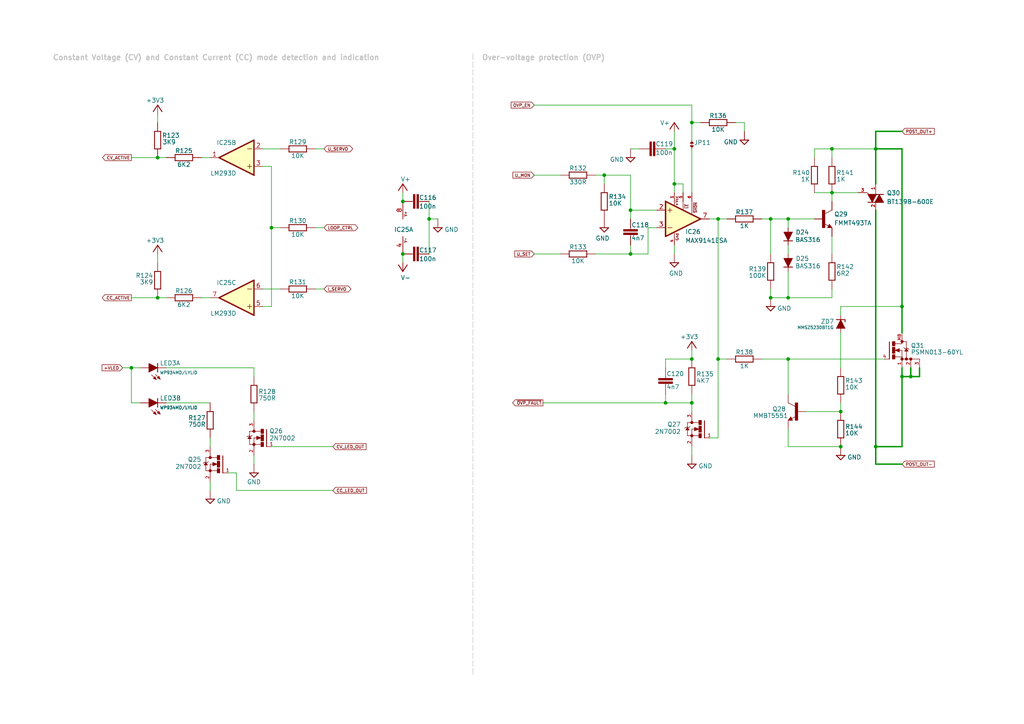
<source format=kicad_sch>
(kicad_sch (version 20250114) (generator "eeschema") (generator_version "9.0")
  (paper "A4")
  (title_block (title "${project_name}") (date "2025-10-23") (rev "${project_version}") (company "${project_creator}") (comment 1 "${project_license}") (comment 2 "${project_info}") (comment 3 "${project_url}"))
  (lib_symbols
    (symbol "PCM_EEZ_ICs:LM293D"
      (property "Reference" "IC" (at 2.54 3.175 0))
      (symbol "LM293D_1_0"
        (text "V+" (at 1.27 3.175 900) (effects (font (size 0.8128 0.6908)) (justify left bottom)))
        (text "V-" (at 1.27 -4.445 900) (effects (font (size 0.8128 0.6908)) (justify left bottom)))
        (pin power_in line (at 0 7.62 270) (length 5.08) (name "V+") (number "8"))
        (pin power_in line (at 0 -7.62 90) (length 5.08) (name "V-") (number "4"))
      )
      (symbol "LM293D_2_0"
        (pin input line (at -7.62 2.54 0) (length 2.54) (name "+IN") (number "3"))
        (pin input line (at -7.62 -2.54 0) (length 2.54) (name "-IN") (number "2"))
        (pin output line (at 7.62 0 180) (length 2.54) (name "OUT") (number "1"))
      )
      (symbol "LM293D_3_0"
        (pin input line (at -7.62 2.54 0) (length 2.54) (name "+IN") (number "5"))
        (pin input line (at -7.62 -2.54 0) (length 2.54) (name "-IN") (number "6"))
        (pin output line (at 7.62 0 180) (length 2.54) (name "OUT") (number "7"))
      )
    )
    (symbol "PCM_EEZ_ICs:MAX9141ESA"
      (property "Reference" "IC" (at 5.08 5.08 0))
      (property "Value" "MAX9141ESA" (at 5.08 -5.08 0))
      (symbol "MAX9141ESA_1_0"
        (text "+Vcc" (at -1.397 3.683 900) (effects (font (size 0.762 0.762)) (justify left bottom)))
        (text "Gnd" (at -1.27 -6.35 900) (effects (font (size 0.762 0.762)) (justify left bottom)))
        (text "~{LE}" (at 1.524 2.921 900) (effects (font (size 0.762 0.762)) (justify left bottom)))
        (text "~{SHDN}" (at 4.064 1.651 900) (effects (font (size 0.762 0.762)) (justify left bottom)))
        (pin input line (at -7.62 2.54 0) (length 2.54) (name "+IN") (number "2"))
        (pin input line (at -7.62 -2.54 0) (length 2.54) (name "-IN") (number "3"))
        (pin passive line (at -2.54 7.62 270) (length 2.54) (name "+VCC") (number "1"))
        (pin passive line (at -2.54 -7.62 90) (length 2.54) (name "GND") (number "4"))
        (pin input line (at 0 7.62 270) (length 2.54) (name "~{LE}") (number "5"))
        (pin no_connect line (at 0 -5.08 90) (length 2.54) (hide yes) (name "NC") (number "8"))
        (pin input line (at 2.54 7.62 270) (length 2.54) (name "~{SHDN}") (number "6"))
        (pin output line (at 7.62 0 180) (length 2.54) (name "OUT") (number "7"))
      )
    )
    (symbol "PCM_EEZ_discretes:DIODE"
      (property "Reference" "D" (at 2.54 0.4826 0))
      (property "Value" "???" (at 2.54 -2.3114 0))
      (symbol "DIODE_1_0"
        (pin passive line (at -2.54 0 0) (length 2.54) (name "A") (number "A"))
        (pin passive line (at 2.54 0 180) (length 2.54) (name "C") (number "C"))
      )
    )
    (symbol "PCM_EEZ_discretes:DIODE_ZENER"
      (property "Reference" "ZD" (at -1.778 1.905 0))
      (symbol "DIODE_ZENER_1_0"
        (pin passive line (at -2.54 0 0) (length 2.54) (name "A") (number "A"))
        (pin passive line (at 2.54 0 180) (length 2.54) (name "C") (number "C"))
      )
    )
    (symbol "PCM_EEZ_discretes:NMOS"
      (property "Reference" "Q" (at 3.429 2.667 0))
      (symbol "NMOS_1_0"
        (pin passive line (at -2.54 -2.54 0) (length 0) (name "G") (number "1"))
        (pin passive line (at 2.54 5.08 270) (length 2.54) (name "D") (number "3"))
        (pin passive line (at 2.54 -5.08 90) (length 2.54) (name "S") (number "2"))
      )
    )
    (symbol "PCM_EEZ_discretes:NMOS_LFPAK"
      (property "Reference" "Q" (at -2.54 0 0))
      (symbol "NMOS_LFPAK_1_0"
        (pin passive line (at -2.54 -2.54 0) (length 0) (name "G") (number "4"))
        (pin passive line (at 2.54 5.08 270) (length 2.54) (name "MB") (number "MB"))
        (pin passive line (at 2.54 -5.08 90) (length 2.54) (name "S") (number "1"))
        (pin passive line (at 5.08 -5.08 90) (length 2.54) (name "S") (number "2"))
        (pin passive line (at 7.62 -5.08 90) (length 2.54) (name "S") (number "3"))
      )
    )
    (symbol "PCM_EEZ_discretes:NPN-SOT23-BEC"
      (property "Reference" "Q" (at 2.54 0 0))
      (symbol "NPN-SOT23-BEC_1_0"
        (pin passive line (at -2.54 0 0) (length 2.54) (name "B") (number "B"))
        (pin passive line (at 2.54 5.08 270) (length 2.54) (name "C") (number "C"))
        (pin passive line (at 2.54 -5.08 90) (length 2.54) (name "E") (number "E"))
      )
    )
    (symbol "PCM_EEZ_discretes:Triac"
      (property "Reference" "Q" (at 3.81 2.54 0))
      (symbol "Triac_1_0"
        (pin passive line (at -5.08 0 0) (length 2.54) (name "G") (number "3"))
        (pin passive line (at 0 5.08 270) (length 2.54) (name "A2") (number "2"))
        (pin passive line (at 0 -2.54 90) (length 2.54) (name "A1") (number "1"))
      )
    )
    (symbol "PCM_EEZ_discretes:WP934MD"
      (property "Reference" "LED" (at 1.905 1.27 0))
      (property "Value" "WP934MD" (at 1.905 -0.635 0))
      (symbol "WP934MD_1_0"
        (pin passive line (at 0 5.08 270) (length 2.54) (name "A") (number "TA"))
        (pin passive line (at 0 -2.54 90) (length 2.54) (name "C") (number "TC"))
      )
      (symbol "WP934MD_2_0"
        (pin passive line (at 0 5.08 270) (length 2.54) (name "A") (number "BA"))
        (pin passive line (at 0 -2.54 90) (length 2.54) (name "C") (number "BC"))
      )
    )
    (symbol "PCM_EEZ_passives:C-EU"
      (property "Reference" "C" (at 1.27 0.635 0))
      (symbol "C-EU_1_0"
        (pin passive line (at 0 2.54 270) (length 2.54) (name "1") (number "1"))
        (pin passive line (at 0 -5.08 90) (length 2.54) (name "2") (number "2"))
      )
    )
    (symbol "PCM_EEZ_passives:R-EU"
      (property "Reference" "R" (at -1.905 -1.905 90))
      (symbol "R-EU_1_0"
        (pin passive line (at 0 5.08 270) (length 2.54) (name "2") (number "2"))
        (pin passive line (at 0 -5.08 90) (length 2.54) (name "1") (number "1"))
      )
    )
    (symbol "PCM_EEZ_symbols:+3V3" (power)
      (property "Value" "+3V3" (at 0 0.635 0))
      (symbol "+3V3_1_0"
        (pin power_in line (at 0 -2.54 90) (length 2.54) (name "+3V3") (number "1"))
      )
    )
    (symbol "PCM_EEZ_symbols:GND" (power)
      (property "Value" "GND" (at 0 -1.905 0))
      (symbol "GND_1_0"
        (pin power_in line (at 0 2.54 270) (length 2.54) (name "GND") (number "1"))
      )
    )
    (symbol "PCM_EEZ_symbols:V+" (power)
      (property "Value" "V+" (at -1.27 1.27 0))
      (symbol "V+_1_0"
        (pin power_in line (at 0 -2.54 90) (length 2.54) (name "V+") (number "1"))
      )
    )
    (symbol "PCM_EEZ_symbols:V-" (power)
      (property "Value" "V-" (at -1.27 -2.54 0))
      (symbol "V-_1_0"
        (pin power_in line (at 0 2.54 270) (length 2.54) (name "V-") (number "1"))
      )
    )
    (symbol "PCM_EEZ_unsorted:JP2 shorted" (in_bom no)
      (property "Reference" "JP" (at -3.175 1.27 0))
      (symbol "JP2 shorted_1_0"
        (pin passive line (at 0 0 270) (length 0) (name "1") (number "1"))
        (pin passive line (at 2.54 0 270) (length 0) (name "2") (number "2"))
      )
    )
    (symbol "R-EU_10"
      (property "Reference" "R" (at -1.905 -1.905 90))
      (symbol "R-EU_10_1_0"
        (pin passive line (at 0 5.08 270) (length 2.54) (name "2") (number "2"))
        (pin passive line (at 0 -5.08 90) (length 2.54) (name "1") (number "1"))
      )
    )
    (symbol "R-EU_11"
      (property "Reference" "R" (at -1.905 -1.905 90))
      (symbol "R-EU_11_1_0"
        (pin passive line (at 0 5.08 270) (length 2.54) (name "2") (number "2"))
        (pin passive line (at 0 -5.08 90) (length 2.54) (name "1") (number "1"))
      )
    )
    (symbol "R-EU_12"
      (property "Reference" "R" (at -1.905 -1.905 90))
      (symbol "R-EU_12_1_0"
        (pin passive line (at 0 5.08 270) (length 2.54) (name "2") (number "2"))
        (pin passive line (at 0 -5.08 90) (length 2.54) (name "1") (number "1"))
      )
    )
    (symbol "R-EU_14"
      (property "Reference" "R" (at -1.905 -1.905 90))
      (symbol "R-EU_14_1_0"
        (pin passive line (at 0 5.08 270) (length 2.54) (name "2") (number "2"))
        (pin passive line (at 0 -5.08 90) (length 2.54) (name "1") (number "1"))
      )
    )
    (symbol "R-EU_15"
      (property "Reference" "R" (at -1.905 -1.905 90))
      (symbol "R-EU_15_1_0"
        (pin passive line (at 0 5.08 270) (length 2.54) (name "2") (number "2"))
        (pin passive line (at 0 -5.08 90) (length 2.54) (name "1") (number "1"))
      )
    )
    (symbol "R-EU_17"
      (property "Reference" "R" (at -1.905 -1.905 90))
      (symbol "R-EU_17_1_0"
        (pin passive line (at 0 5.08 270) (length 2.54) (name "2") (number "2"))
        (pin passive line (at 0 -5.08 90) (length 2.54) (name "1") (number "1"))
      )
    )
    (symbol "R-EU_19"
      (property "Reference" "R" (at -1.905 -1.905 90))
      (symbol "R-EU_19_1_0"
        (pin passive line (at 0 5.08 270) (length 2.54) (name "2") (number "2"))
        (pin passive line (at 0 -5.08 90) (length 2.54) (name "1") (number "1"))
      )
    )
    (symbol "R-EU_20"
      (property "Reference" "R" (at -1.905 -1.905 90))
      (symbol "R-EU_20_1_0"
        (pin passive line (at 0 5.08 270) (length 2.54) (name "2") (number "2"))
        (pin passive line (at 0 -5.08 90) (length 2.54) (name "1") (number "1"))
      )
    )
    (symbol "R-EU_3"
      (property "Reference" "R" (at -1.905 -1.905 90))
      (symbol "R-EU_3_1_0"
        (pin passive line (at 0 5.08 270) (length 2.54) (name "2") (number "2"))
        (pin passive line (at 0 -5.08 90) (length 2.54) (name "1") (number "1"))
      )
    )
    (symbol "R-EU_4"
      (property "Reference" "R" (at -1.905 -1.905 90))
      (symbol "R-EU_4_1_0"
        (pin passive line (at 0 5.08 270) (length 2.54) (name "2") (number "2"))
        (pin passive line (at 0 -5.08 90) (length 2.54) (name "1") (number "1"))
      )
    )
    (symbol "R-EU_5"
      (property "Reference" "R" (at -1.905 -1.905 90))
      (symbol "R-EU_5_1_0"
        (pin passive line (at 0 5.08 270) (length 2.54) (name "2") (number "2"))
        (pin passive line (at 0 -5.08 90) (length 2.54) (name "1") (number "1"))
      )
    )
    (symbol "R-EU_6"
      (property "Reference" "R" (at -1.905 -1.905 90))
      (symbol "R-EU_6_1_0"
        (pin passive line (at 0 5.08 270) (length 2.54) (name "2") (number "2"))
        (pin passive line (at 0 -5.08 90) (length 2.54) (name "1") (number "1"))
      )
    )
    (symbol "R-EU_7"
      (property "Reference" "R" (at -1.905 -1.905 90))
      (symbol "R-EU_7_1_0"
        (pin passive line (at 0 5.08 270) (length 2.54) (name "2") (number "2"))
        (pin passive line (at 0 -5.08 90) (length 2.54) (name "1") (number "1"))
      )
    )
    (symbol "R-EU_9"
      (property "Reference" "R" (at -1.905 -1.905 90))
      (symbol "R-EU_9_1_0"
        (pin passive line (at 0 5.08 270) (length 2.54) (name "2") (number "2"))
        (pin passive line (at 0 -5.08 90) (length 2.54) (name "1") (number "1"))
      )
    )
  )
  (text "Constant Voltage (CV) and Constant Current (CC) mode detection and indication" (at 15.24 17.78 0) (effects (font (size 1.524 1.524) (thickness 0.3048) (bold yes)) (justify left bottom)))
  (text "Over-voltage protection (OVP)" (at 139.7 17.78 0) (effects (font (size 1.524 1.524) (thickness 0.3048) (bold yes)) (justify left bottom)))
  (junction (at 254 129.54))
  (junction (at 223.52 86.36))
  (junction (at 116.84 58.42))
  (junction (at 241.3 55.88))
  (junction (at 182.88 60.96))
  (junction (at 228.6 63.5))
  (junction (at 200.66 35.56))
  (junction (at 254 43.18))
  (junction (at 261.62 88.9))
  (junction (at 195.58 43.18))
  (junction (at 261.62 109.22))
  (junction (at 228.6 104.14))
  (junction (at 45.72 86.36))
  (junction (at 124.46 63.5))
  (junction (at 195.58 53.34))
  (junction (at 38.1 106.68))
  (junction (at 208.28 104.14))
  (junction (at 241.3 43.18))
  (junction (at 193.04 116.84))
  (junction (at 78.74 66.04))
  (junction (at 182.88 73.66))
  (junction (at 208.28 63.5))
  (junction (at 228.6 86.36))
  (junction (at 116.84 73.66))
  (junction (at 264.16 109.22))
  (junction (at 243.84 129.54))
  (junction (at 200.66 116.84))
  (junction (at 45.72 45.72))
  (junction (at 223.52 63.5))
  (junction (at 200.66 104.14))
  (junction (at 175.26 50.8))
  (junction (at 243.84 119.38))
  (wire (pts (xy 254 43.18) (xy 241.3 43.18)) (stroke (width 0.1524)))
  (wire (pts (xy 68.58 137.16) (xy 68.58 142.24)) (stroke (width 0.1524)))
  (wire (pts (xy 81.28 66.04) (xy 78.74 66.04)) (stroke (width 0.1524)))
  (wire (pts (xy 45.72 33.02) (xy 45.72 35.56)) (stroke (width 0.1524)))
  (wire (pts (xy 254 43.18) (xy 254 53.34)) (stroke (width 0.4064)))
  (wire (pts (xy 200.66 101.6) (xy 200.66 104.14)) (stroke (width 0.1524)))
  (wire (pts (xy 200.66 30.48) (xy 200.66 35.56)) (stroke (width 0.1524)))
  (wire (pts (xy 195.58 53.34) (xy 195.58 55.88)) (stroke (width 0.1524)))
  (wire (pts (xy 208.28 63.5) (xy 210.82 63.5)) (stroke (width 0.1524)))
  (wire (pts (xy 124.46 63.5) (xy 124.46 73.66)) (stroke (width 0.1524)))
  (wire (pts (xy 68.58 142.24) (xy 96.52 142.24)) (stroke (width 0.1524)))
  (wire (pts (xy 200.66 116.84) (xy 193.04 116.84)) (stroke (width 0.1524)))
  (wire (pts (xy 254 134.62) (xy 254 129.54)) (stroke (width 0.4064)))
  (wire (pts (xy 264.16 109.22) (xy 266.7 109.22)) (stroke (width 0.4064)))
  (wire (pts (xy 203.2 35.56) (xy 200.66 35.56)) (stroke (width 0.1524)))
  (wire (pts (xy 228.6 63.5) (xy 223.52 63.5)) (stroke (width 0.1524)))
  (wire (pts (xy 248.92 55.88) (xy 241.3 55.88)) (stroke (width 0.1524)))
  (wire (pts (xy 172.72 50.8) (xy 175.26 50.8)) (stroke (width 0.1524)))
  (wire (pts (xy 175.26 53.34) (xy 175.26 50.8)) (stroke (width 0.1524)))
  (wire (pts (xy 243.84 88.9) (xy 243.84 91.44)) (stroke (width 0.1524)))
  (wire (pts (xy 193.04 104.14) (xy 193.04 106.68)) (stroke (width 0.1524)))
  (wire (pts (xy 162.56 73.66) (xy 154.94 73.66)) (stroke (width 0.1524)))
  (wire (pts (xy 124.46 58.42) (xy 124.46 63.5)) (stroke (width 0.1524)))
  (wire (pts (xy 40.64 106.68) (xy 38.1 106.68)) (stroke (width 0.1524)))
  (wire (pts (xy 241.3 58.42) (xy 241.3 55.88)) (stroke (width 0.1524)))
  (wire (pts (xy 48.26 116.84) (xy 60.96 116.84)) (stroke (width 0.1524)))
  (wire (pts (xy 193.04 116.84) (xy 193.04 114.3)) (stroke (width 0.1524)))
  (wire (pts (xy 228.6 129.54) (xy 228.6 124.46)) (stroke (width 0.1524)))
  (wire (pts (xy 220.98 63.5) (xy 223.52 63.5)) (stroke (width 0.1524)))
  (wire (pts (xy 223.52 73.66) (xy 223.52 63.5)) (stroke (width 0.1524)))
  (wire (pts (xy 91.44 83.82) (xy 93.98 83.82)) (stroke (width 0.1524)))
  (wire (pts (xy 261.62 109.22) (xy 264.16 109.22)) (stroke (width 0.4064)))
  (wire (pts (xy 241.3 43.18) (xy 236.22 43.18)) (stroke (width 0.1524)))
  (wire (pts (xy 200.66 55.88) (xy 200.66 43.18)) (stroke (width 0.1524)))
  (wire (pts (xy 254 38.1) (xy 261.62 38.1)) (stroke (width 0.4064)))
  (wire (pts (xy 220.98 104.14) (xy 228.6 104.14)) (stroke (width 0.1524)))
  (wire (pts (xy 241.3 83.82) (xy 241.3 86.36)) (stroke (width 0.1524)))
  (wire (pts (xy 35.56 106.68) (xy 38.1 106.68)))
  (wire (pts (xy 182.88 60.96) (xy 190.5 60.96)) (stroke (width 0.1524)))
  (wire (pts (xy 266.7 109.22) (xy 266.7 106.68)) (stroke (width 0.4064)))
  (wire (pts (xy 78.74 129.54) (xy 96.52 129.54)) (stroke (width 0.1524)))
  (wire (pts (xy 195.58 38.1) (xy 195.58 43.18)) (stroke (width 0.1524)))
  (wire (pts (xy 261.62 96.52) (xy 261.62 88.9)) (stroke (width 0.4064)))
  (wire (pts (xy 45.72 73.66) (xy 45.72 76.2)) (stroke (width 0.1524)))
  (wire (pts (xy 236.22 43.18) (xy 236.22 45.72)) (stroke (width 0.1524)))
  (wire (pts (xy 228.6 86.36) (xy 223.52 86.36)) (stroke (width 0.1524)))
  (wire (pts (xy 193.04 43.18) (xy 195.58 43.18)) (stroke (width 0.1524)))
  (wire (pts (xy 228.6 73.66) (xy 228.6 71.12)) (stroke (width 0.1524)))
  (wire (pts (xy 40.64 116.84) (xy 38.1 116.84)) (stroke (width 0.1524)))
  (wire (pts (xy 187.96 73.66) (xy 187.96 66.04)) (stroke (width 0.1524)))
  (wire (pts (xy 198.12 53.34) (xy 198.12 55.88)) (stroke (width 0.1524)))
  (wire (pts (xy 172.72 73.66) (xy 182.88 73.66)) (stroke (width 0.1524)))
  (wire (pts (xy 38.1 116.84) (xy 38.1 106.68)) (stroke (width 0.1524)))
  (wire (pts (xy 200.66 40.64) (xy 200.66 35.56)) (stroke (width 0.1524)))
  (wire (pts (xy 45.72 45.72) (xy 48.26 45.72)) (stroke (width 0.1524)))
  (wire (pts (xy 38.1 86.36) (xy 45.72 86.36)) (stroke (width 0.1524)))
  (wire (pts (xy 195.58 53.34) (xy 198.12 53.34)) (stroke (width 0.1524)))
  (wire (pts (xy 241.3 73.66) (xy 241.3 68.58)) (stroke (width 0.1524)))
  (wire (pts (xy 60.96 127) (xy 60.96 129.54)) (stroke (width 0.1524)))
  (wire (pts (xy 200.66 104.14) (xy 193.04 104.14)) (stroke (width 0.1524)))
  (wire (pts (xy 205.74 63.5) (xy 208.28 63.5)) (stroke (width 0.1524)))
  (wire (pts (xy 228.6 86.36) (xy 228.6 78.74)) (stroke (width 0.1524)))
  (wire (pts (xy 243.84 129.54) (xy 228.6 129.54)) (stroke (width 0.1524)))
  (wire (pts (xy 261.62 134.62) (xy 254 134.62)) (stroke (width 0.4064)))
  (wire (pts (xy 182.88 73.66) (xy 187.96 73.66)) (stroke (width 0.1524)))
  (wire (pts (xy 187.96 66.04) (xy 190.5 66.04)) (stroke (width 0.1524)))
  (wire (pts (xy 241.3 55.88) (xy 236.22 55.88)) (stroke (width 0.1524)))
  (wire (pts (xy 215.9 38.1) (xy 215.9 35.56)) (stroke (width 0.1524)))
  (wire (pts (xy 193.04 116.84) (xy 157.48 116.84)) (stroke (width 0.1524)))
  (wire (pts (xy 264.16 109.22) (xy 264.16 106.68)) (stroke (width 0.4064)))
  (wire (pts (xy 182.88 63.5) (xy 182.88 60.96)) (stroke (width 0.1524)))
  (wire (pts (xy 91.44 43.18) (xy 93.98 43.18)) (stroke (width 0.1524)))
  (wire (pts (xy 182.88 50.8) (xy 182.88 60.96)) (stroke (width 0.1524)))
  (wire (pts (xy 215.9 35.56) (xy 213.36 35.56)) (stroke (width 0.1524)))
  (wire (pts (xy 243.84 119.38) (xy 233.68 119.38)) (stroke (width 0.1524)))
  (wire (pts (xy 175.26 50.8) (xy 182.88 50.8)) (stroke (width 0.1524)))
  (wire (pts (xy 60.96 45.72) (xy 58.42 45.72)) (stroke (width 0.1524)))
  (wire (pts (xy 195.58 73.66) (xy 195.58 71.12)) (stroke (width 0.1524)))
  (wire (pts (xy 236.22 63.5) (xy 228.6 63.5)) (stroke (width 0.1524)))
  (wire (pts (xy 78.74 88.9) (xy 76.2 88.9)) (stroke (width 0.1524)))
  (wire (pts (xy 254 43.18) (xy 261.62 43.18)) (stroke (width 0.4064)))
  (wire (pts (xy 254 43.18) (xy 254 38.1)) (stroke (width 0.4064)))
  (wire (pts (xy 254 60.96) (xy 254 129.54)) (stroke (width 0.4064)))
  (wire (pts (xy 228.6 63.5) (xy 228.6 66.04)) (stroke (width 0.1524)))
  (wire (pts (xy 78.74 66.04) (xy 78.74 88.9)) (stroke (width 0.1524)))
  (wire (pts (xy 185.42 43.18) (xy 182.88 43.18)) (stroke (width 0.1524)))
  (wire (pts (xy 182.88 71.12) (xy 182.88 73.66)) (stroke (width 0.1524)))
  (wire (pts (xy 241.3 43.18) (xy 241.3 45.72)) (stroke (width 0.1524)))
  (wire (pts (xy 210.82 104.14) (xy 208.28 104.14)) (stroke (width 0.1524)))
  (wire (pts (xy 91.44 66.04) (xy 93.98 66.04)) (stroke (width 0.1524)))
  (wire (pts (xy 73.66 119.38) (xy 73.66 121.92)) (stroke (width 0.1524)))
  (wire (pts (xy 256.54 104.14) (xy 228.6 104.14)) (stroke (width 0.1524)))
  (wire (pts (xy 116.84 55.88) (xy 116.84 58.42)) (stroke (width 0.1524)))
  (wire (pts (xy 243.84 106.68) (xy 243.84 96.52)) (stroke (width 0.1524)))
  (wire (pts (xy 195.58 43.18) (xy 195.58 53.34)) (stroke (width 0.1524)))
  (wire (pts (xy 208.28 63.5) (xy 208.28 104.14)) (stroke (width 0.1524)))
  (wire (pts (xy 205.74 127) (xy 208.28 127)) (stroke (width 0.1524)))
  (wire (pts (xy 223.52 86.36) (xy 223.52 83.82)) (stroke (width 0.1524)))
  (wire (pts (xy 261.62 88.9) (xy 261.62 43.18)) (stroke (width 0.4064)))
  (wire (pts (xy 162.56 50.8) (xy 154.94 50.8)) (stroke (width 0.1524)))
  (wire (pts (xy 76.2 83.82) (xy 81.28 83.82)) (stroke (width 0.1524)))
  (wire (pts (xy 261.62 88.9) (xy 243.84 88.9)) (stroke (width 0.1524)))
  (wire (pts (xy 261.62 109.22) (xy 261.62 129.54)) (stroke (width 0.4064)))
  (wire (pts (xy 48.26 106.68) (xy 73.66 106.68)) (stroke (width 0.1524)))
  (wire (pts (xy 200.66 132.08) (xy 200.66 129.54)) (stroke (width 0.1524)))
  (wire (pts (xy 38.1 45.72) (xy 45.72 45.72)) (stroke (width 0.1524)))
  (polyline (pts (xy 137.16 195.58) (xy 137.16 15.24)) (stroke (width 0.1524) (type dash) (color 194 194 194 1)))
  (wire (pts (xy 73.66 106.68) (xy 73.66 109.22)) (stroke (width 0.1524)))
  (wire (pts (xy 200.66 114.3) (xy 200.66 116.84)) (stroke (width 0.1524)))
  (wire (pts (xy 81.28 43.18) (xy 76.2 43.18)) (stroke (width 0.1524)))
  (wire (pts (xy 200.66 119.38) (xy 200.66 116.84)) (stroke (width 0.1524)))
  (wire (pts (xy 73.66 134.62) (xy 73.66 132.08)) (stroke (width 0.1524)))
  (wire (pts (xy 154.94 30.48) (xy 200.66 30.48)) (stroke (width 0.1524)))
  (wire (pts (xy 76.2 48.26) (xy 78.74 48.26)) (stroke (width 0.1524)))
  (wire (pts (xy 116.84 76.2) (xy 116.84 73.66)) (stroke (width 0.1524)))
  (wire (pts (xy 78.74 48.26) (xy 78.74 66.04)) (stroke (width 0.1524)))
  (wire (pts (xy 241.3 86.36) (xy 228.6 86.36)) (stroke (width 0.1524)))
  (wire (pts (xy 261.62 106.68) (xy 261.62 109.22)) (stroke (width 0.4064)))
  (wire (pts (xy 124.46 63.5) (xy 127 63.5)) (stroke (width 0.1524)))
  (wire (pts (xy 243.84 119.38) (xy 243.84 116.84)) (stroke (width 0.1524)))
  (wire (pts (xy 66.04 137.16) (xy 68.58 137.16)) (stroke (width 0.1524)))
  (wire (pts (xy 228.6 114.3) (xy 228.6 104.14)) (stroke (width 0.1524)))
  (wire (pts (xy 254 129.54) (xy 261.62 129.54)) (stroke (width 0.4064)))
  (wire (pts (xy 208.28 127) (xy 208.28 104.14)) (stroke (width 0.1524)))
  (wire (pts (xy 60.96 142.24) (xy 60.96 139.7)) (stroke (width 0.1524)))
  (wire (pts (xy 45.72 86.36) (xy 48.26 86.36)) (stroke (width 0.1524)))
  (wire (pts (xy 60.96 86.36) (xy 58.42 86.36)) (stroke (width 0.1524)))
  (global_label "CV_LED_OUT" (shape input) (at 96.52 129.54 0) (effects (font (size 0.889 0.889))) (property "Intersheetrefs" "${INTERSHEET_REFS}" (effects (hide yes))))
  (global_label "+VLED" (shape input) (at 35.56 106.68 180) (effects (font (size 0.889 0.889))) (property "Intersheetrefs" "${INTERSHEET_REFS}" (effects (hide yes))))
  (global_label "U_MON" (shape input) (at 154.94 50.8 180) (effects (font (size 0.889 0.889))) (property "Intersheetrefs" "${INTERSHEET_REFS}" (effects (hide yes))))
  (global_label "CV_ACTIVE" (shape output) (at 38.1 45.72 180) (effects (font (size 0.889 0.889))) (property "Intersheetrefs" "${INTERSHEET_REFS}" (effects (hide yes))))
  (global_label "POST_OUT+" (shape input) (at 261.62 38.1 0) (effects (font (size 0.889 0.889))) (property "Intersheetrefs" "${INTERSHEET_REFS}" (effects (hide yes))))
  (global_label "LOOP_CTRL" (shape bidirectional) (at 93.98 66.04 0) (effects (font (size 0.889 0.889))) (property "Intersheetrefs" "${INTERSHEET_REFS}" (effects (hide yes))))
  (global_label "CC_LED_OUT" (shape input) (at 96.52 142.24 0) (effects (font (size 0.889 0.889))) (property "Intersheetrefs" "${INTERSHEET_REFS}" (effects (hide yes))))
  (global_label "OVP_EN" (shape input) (at 154.94 30.48 180) (effects (font (size 0.889 0.889))) (property "Intersheetrefs" "${INTERSHEET_REFS}" (effects (hide yes))))
  (global_label "I_SERVO" (shape bidirectional) (at 93.98 83.82 0) (effects (font (size 0.889 0.889))) (property "Intersheetrefs" "${INTERSHEET_REFS}" (effects (hide yes))))
  (global_label "~{OVP_FAULT}" (shape output) (at 157.48 116.84 180) (effects (font (size 0.889 0.889))) (property "Intersheetrefs" "${INTERSHEET_REFS}" (effects (hide yes))))
  (global_label "CC_ACTIVE" (shape output) (at 38.1 86.36 180) (effects (font (size 0.889 0.889))) (property "Intersheetrefs" "${INTERSHEET_REFS}" (effects (hide yes))))
  (global_label "POST_OUT-" (shape input) (at 261.62 134.62 0) (effects (font (size 0.889 0.889))) (property "Intersheetrefs" "${INTERSHEET_REFS}" (effects (hide yes))))
  (global_label "U_SET" (shape input) (at 154.94 73.66 180) (effects (font (size 0.889 0.889))) (property "Intersheetrefs" "${INTERSHEET_REFS}" (effects (hide yes))))
  (global_label "U_SERVO" (shape bidirectional) (at 93.98 43.18 0) (effects (font (size 0.889 0.889))) (property "Intersheetrefs" "${INTERSHEET_REFS}" (effects (hide yes))))
  (symbol (lib_id "PCM_EEZ_unsorted:JP2 shorted") (at 200.66 40.64 90) (mirror x) (unit 1) (in_bom no)
    (property "Reference" "JP11" (at 201.295 40.64 90) (effects (justify right top)))
    (property "Value" "JP2-NOCUT-0805" (effects (hide yes)))
    (property "Footprint" "PCM_EEZ_SMD:JP2 shorted (0603)" (effects (hide yes)))
  )
  (symbol (lib_id "PCM_EEZ_passives:C-EU") (at 182.88 66.04 0) (unit 1)
    (property "Reference" "C118" (at 183.134 64.516 0) (effects (justify left top)))
    (property "Value" "4n7" (at 183.134 68.326 0) (effects (justify left top)))
    (property "Footprint" "PCM_EEZ_passives:C_0805_2012Metric" (effects (hide yes)))
    (property "DigiKey" "732-12255-1-ND " (effects (hide yes)))
    (property "Mouser" "810-C2012C0G1H472J-1 " (effects (hide yes)))
    (property "TME" "GRM2165C1H472JA01D" (effects (hide yes)))
  )
  (symbol (lib_name "R-EU_6") (lib_id "PCM_EEZ_passives:R-EU") (at 53.34 86.36 90) (mirror x) (unit 1)
    (property "Reference" "R126" (at 53.34 85.09 90) (effects (justify bottom)))
    (property "Value" "6K2" (at 53.34 87.63 90) (effects (justify top)))
    (property "Footprint" "PCM_EEZ_passives:R_0805_2012Metric" (effects (hide yes)))
  )
  (symbol (lib_id "PCM_EEZ_symbols:GND") (at 60.96 144.78 0) (unit 1)
    (property "Reference" "#SUPPLY062" (effects (hide yes)))
    (property "Value" "GND" (at 62.865 146.05 0) (effects (justify left bottom)))
  )
  (symbol (lib_id "PCM_EEZ_discretes:NPN-SOT23-BEC") (at 231.14 119.38 0) (mirror y) (unit 1)
    (property "Reference" "Q28" (at 227.965 119.38 0) (effects (justify left bottom)))
    (property "Value" "MMBT5551" (at 228.6 121.285 0) (effects (justify left bottom)))
    (property "Footprint" "PCM_EEZ_SMD:SOT23-BEC" (effects (hide yes)))
    (property "DigiKey" "MMBT5551LT1GOSCT-ND " (effects (hide yes)))
    (property "Mouser" "637-MMBT5551" (effects (hide yes)))
    (property "TME" "MMBT5551-DIO" (effects (hide yes)))
    (property "LCSC" "C41095" (effects (hide yes)))
  )
  (symbol (lib_name "R-EU_19") (lib_id "PCM_EEZ_passives:R-EU") (at 167.64 73.66 270) (mirror x) (unit 1)
    (property "Reference" "R133" (at 167.64 72.39 90) (effects (justify top)))
    (property "Value" "10K" (at 167.64 74.93 90) (effects (justify bottom)))
    (property "Footprint" "PCM_EEZ_passives:R_0805_2012Metric" (effects (hide yes)))
    (property "DigiKey" "311-10.0KCRCT-ND" (effects (hide yes)))
    (property "Mouser" "603-RC0805FR-0710KL" (effects (hide yes)))
    (property "TME" "RC0805FR-1310KL" (effects (hide yes)))
  )
  (symbol (lib_id "PCM_EEZ_symbols:GND") (at 73.66 137.16 0) (unit 1)
    (property "Reference" "#SUPPLY063" (effects (hide yes)))
    (property "Value" "GND" (at 73.66 139.065 0) (effects (justify top)))
  )
  (symbol (lib_id "PCM_EEZ_discretes:NMOS") (at 63.5 134.62 0) (mirror y) (unit 1)
    (property "Reference" "Q25" (at 58.42 133.985 0) (effects (justify left bottom)))
    (property "Value" "2N7002" (at 58.42 134.62 0) (effects (justify left top)))
    (property "Footprint" "PCM_EEZ_SMD:SOT103P240X110-3N" (effects (hide yes)))
    (property "DigiKey" "T2N7002AKLMCT-ND" (effects (hide yes)))
    (property "Mouser" "757-T2N7002AKLM" (effects (hide yes)))
    (property "TME" "2N7002LT1G" (effects (hide yes)))
  )
  (symbol (lib_id "PCM_EEZ_symbols:GND") (at 127 66.04 0) (unit 1)
    (property "Reference" "#SUPPLY064" (effects (hide yes)))
    (property "Value" "GND" (at 128.905 67.31 0) (effects (justify left bottom)))
  )
  (symbol (lib_id "PCM_EEZ_ICs:LM293D") (at 116.84 66.04 0) (unit 1)
    (property "Reference" "IC25" (at 114.3 67.31 0) (effects (justify left bottom)))
    (property "Value" "LM293D" (effects (hide yes)))
    (property "Footprint" "PCM_EEZ_SMD:SOIC127P600X173-8N" (effects (hide yes)))
    (property "DigiKey" "296-12848-1-ND" (effects (hide yes)))
    (property "Mouser" "511-LM293DT" (effects (hide yes)))
    (property "TME" "LM293D-ST" (effects (hide yes)))
    (property "LCSC" "C76509" (effects (hide yes)))
  )
  (symbol (lib_id "PCM_EEZ_symbols:+3V3") (at 45.72 30.48 0) (mirror y) (unit 1)
    (property "Reference" "#+3V022" (effects (hide yes)))
    (property "Value" "+3V3" (at 47.625 29.845 0) (effects (justify left bottom)))
  )
  (symbol (lib_id "PCM_EEZ_symbols:GND") (at 175.26 66.04 0) (unit 1)
    (property "Reference" "#SUPPLY065" (effects (hide yes)))
    (property "Value" "GND" (at 172.72 69.85 0) (effects (justify left bottom)))
  )
  (symbol (lib_id "PCM_EEZ_discretes:Triac") (at 254 55.88 0) (mirror x) (unit 1)
    (property "Reference" "Q30" (at 257.175 55.245 0) (effects (justify left bottom)))
    (property "Value" "BT139B-600E" (at 257.175 57.785 0) (effects (justify left bottom)))
    (property "Footprint" "PCM_EEZ_SMD:TO-263_SOT-404" (effects (hide yes)))
    (property "DigiKey" "1740-1053-1-ND" (effects (hide yes)))
    (property "Mouser" "771-BT139B-600E118" (effects (hide yes)))
    (property "TME" "BT139B-600E.118" (effects (hide yes)))
    (property "LCSC" "C6533556" (effects (hide yes)))
  )
  (symbol (lib_id "PCM_EEZ_symbols:+3V3") (at 45.72 71.12 0) (mirror y) (unit 1)
    (property "Reference" "#+3V023" (effects (hide yes)))
    (property "Value" "+3V3" (at 47.625 70.485 0) (effects (justify left bottom)))
  )
  (symbol (lib_id "PCM_EEZ_passives:R-EU") (at 223.52 78.74 0) (unit 1)
    (property "Reference" "R139" (at 222.25 78.74 0) (effects (justify right bottom)))
    (property "Value" "100K" (at 222.25 80.645 0) (effects (justify right bottom)))
    (property "Footprint" "PCM_EEZ_passives:R_0805_2012Metric" (effects (hide yes)))
    (property "DigiKey" "RMCF0805FT100KCT-ND " (effects (hide yes)))
    (property "Mouser" "71-CRCW0805100KFKEAC" (effects (hide yes)))
    (property "TME" "0805S8F1003T5E" (effects (hide yes)))
  )
  (symbol (lib_id "PCM_EEZ_passives:C-EU") (at 121.92 58.42 270) (unit 1)
    (property "Reference" "C116" (at 121.539 58.039 90) (effects (justify left bottom)))
    (property "Value" "100n" (at 121.539 60.579 90) (effects (justify left bottom)))
    (property "Footprint" "PCM_EEZ_passives:C_0603_1608Metric" (effects (hide yes)))
    (property "DigiKey" "490-4774-1-ND" (effects (hide yes)))
    (property "Mouser" "80-C0603C104M4R" (effects (hide yes)))
    (property "TME" "CL10B104KA8NNNC" (effects (hide yes)))
  )
  (symbol (lib_name "R-EU_3") (lib_id "PCM_EEZ_passives:R-EU") (at 175.26 58.42 0) (mirror x) (unit 1)
    (property "Reference" "R134" (at 176.53 57.785 0) (effects (justify left top)))
    (property "Value" "10K" (at 176.53 59.69 0) (effects (justify left top)))
    (property "Footprint" "PCM_EEZ_passives:R_0805_2012Metric" (effects (hide yes)))
    (property "DigiKey" "311-10.0KCRCT-ND" (effects (hide yes)))
    (property "Mouser" "603-RC0805FR-0710KL" (effects (hide yes)))
    (property "TME" "RC0805FR-1310KL" (effects (hide yes)))
  )
  (symbol (lib_id "PCM_EEZ_symbols:V+") (at 116.84 53.34 0) (unit 1)
    (property "Reference" "#P+07" (effects (hide yes)))
    (property "Value" "V+" (at 116.205 52.705 0) (effects (justify left bottom)))
  )
  (symbol (lib_name "R-EU_7") (lib_id "PCM_EEZ_passives:R-EU") (at 60.96 121.92 0) (unit 1)
    (property "Reference" "R127" (at 59.69 121.92 0) (effects (justify right bottom)))
    (property "Value" "750R" (at 59.69 123.825 0) (effects (justify right bottom)))
    (property "Footprint" "PCM_EEZ_passives:R_0805_2012Metric" (effects (hide yes)))
    (property "DigiKey" "A126385CT-ND" (effects (hide yes)))
    (property "Mouser" "71-CRCW0805750RFKEB" (effects (hide yes)))
    (property "TME" "0805S8F7500T5E" (effects (hide yes)))
    (property "LCSC" "C17818" (effects (hide yes)))
  )
  (symbol (lib_id "PCM_EEZ_symbols:GND") (at 215.9 40.64 0) (mirror y) (unit 1)
    (property "Reference" "#SUPPLY069" (effects (hide yes)))
    (property "Value" "GND" (at 213.995 41.91 0) (effects (justify left bottom)))
  )
  (symbol (lib_name "R-EU_4") (lib_id "PCM_EEZ_passives:R-EU") (at 86.36 66.04 270) (unit 1)
    (property "Reference" "R130" (at 86.36 64.77 90) (effects (justify bottom)))
    (property "Value" "10K" (at 86.36 67.31 90) (effects (justify top)))
    (property "Footprint" "PCM_EEZ_passives:R_0805_2012Metric" (effects (hide yes)))
    (property "DigiKey" "311-10.0KCRCT-ND" (effects (hide yes)))
    (property "Mouser" "603-RC0805FR-0710KL" (effects (hide yes)))
    (property "TME" "RC0805FR-1310KL" (effects (hide yes)))
  )
  (symbol (lib_id "PCM_EEZ_passives:R-EU") (at 215.9 104.14 90) (mirror x) (unit 1)
    (property "Reference" "R138" (at 215.9 102.87 90) (effects (justify bottom)))
    (property "Value" "1K" (at 215.9 105.41 90) (effects (justify top)))
    (property "Footprint" "PCM_EEZ_passives:R_0805_2012Metric" (effects (hide yes)))
    (property "DigiKey" "RC0805FR-071KL" (effects (hide yes)))
    (property "Mouser" "603-RC0805FR-071KL" (effects (hide yes)))
    (property "TME" "RC0805FR-071K" (effects (hide yes)))
  )
  (symbol (lib_id "PCM_EEZ_passives:R-EU") (at 241.3 50.8 0) (mirror y) (unit 1)
    (property "Reference" "R141" (at 242.57 50.8 0) (effects (justify right bottom)))
    (property "Value" "1K" (at 242.57 52.705 0) (effects (justify right bottom)))
    (property "Footprint" "PCM_EEZ_passives:R_0805_2012Metric" (effects (hide yes)))
    (property "DigiKey" "RC0805FR-071KL" (effects (hide yes)))
    (property "Mouser" "603-RC0805FR-071KL" (effects (hide yes)))
    (property "TME" "RC0805FR-071K" (effects (hide yes)))
  )
  (symbol (lib_id "PCM_EEZ_passives:C-EU") (at 187.96 43.18 90) (unit 1)
    (property "Reference" "C119" (at 190.119 41.021 90) (effects (justify right bottom)))
    (property "Value" "100n" (at 190.119 43.561 90) (effects (justify right bottom)))
    (property "Footprint" "PCM_EEZ_passives:C_0603_1608Metric" (effects (hide yes)))
    (property "DigiKey" "490-4774-1-ND" (effects (hide yes)))
    (property "Mouser" "80-C0603C104M4R" (effects (hide yes)))
    (property "TME" "CL10B104KA8NNNC" (effects (hide yes)))
  )
  (symbol (lib_id "PCM_EEZ_discretes:NMOS_LFPAK") (at 259.08 101.6 0) (unit 1)
    (property "Reference" "Q31" (at 264.16 100.965 0) (effects (justify left bottom)))
    (property "Value" "PSMN013-60YL" (at 264.16 102.87 0) (effects (justify left bottom)))
    (property "Footprint" "PCM_EEZ_SMD:SOT669" (effects (hide yes)))
    (property "DigiKey" "1727-2589-1-ND" (effects (hide yes)))
    (property "Mouser" "771-PSMN013-60YLX" (effects (hide yes)))
    (property "TME" "PSMN013-60YLX" (effects (hide yes)))
    (property "LCSC" "C503662" (effects (hide yes)))
  )
  (symbol (lib_id "PCM_EEZ_discretes:NMOS") (at 76.2 127 0) (mirror y) (unit 1)
    (property "Reference" "Q26" (at 78.105 125.73 0) (effects (justify right bottom)))
    (property "Value" "2N7002" (at 78.105 126.365 0) (effects (justify right top)))
    (property "Footprint" "PCM_EEZ_SMD:SOT103P240X110-3N" (effects (hide yes)))
    (property "DigiKey" "T2N7002AKLMCT-ND" (effects (hide yes)))
    (property "Mouser" "757-T2N7002AKLM" (effects (hide yes)))
    (property "TME" "2N7002LT1G" (effects (hide yes)))
  )
  (symbol (lib_name "R-EU_5") (lib_id "PCM_EEZ_passives:R-EU") (at 86.36 43.18 90) (unit 1)
    (property "Reference" "R129" (at 86.36 41.91 90) (effects (justify top)))
    (property "Value" "10K" (at 86.36 44.45 90) (effects (justify bottom)))
    (property "Footprint" "PCM_EEZ_passives:R_0805_2012Metric" (effects (hide yes)))
    (property "DigiKey" "311-10.0KCRCT-ND" (effects (hide yes)))
    (property "Mouser" "603-RC0805FR-0710KL" (effects (hide yes)))
    (property "TME" "RC0805FR-1310KL" (effects (hide yes)))
  )
  (symbol (lib_id "PCM_EEZ_passives:R-EU") (at 243.84 111.76 0) (unit 1)
    (property "Reference" "R143" (at 245.11 111.125 0) (effects (justify left bottom)))
    (property "Value" "10K" (at 245.11 113.03 0) (effects (justify left bottom)))
    (property "Footprint" "PCM_EEZ_passives:R_0805_2012Metric" (effects (hide yes)))
    (property "DigiKey" "311-10.0KCRCT-ND" (effects (hide yes)))
    (property "Mouser" "603-RC0805FR-0710KL" (effects (hide yes)))
    (property "TME" "RC0805FR-1310KL" (effects (hide yes)))
  )
  (symbol (lib_id "PCM_EEZ_discretes:NMOS") (at 203.2 124.46 0) (mirror y) (unit 1)
    (property "Reference" "Q27" (at 197.485 123.825 0) (effects (justify left bottom)))
    (property "Value" "2N7002" (at 197.485 124.46 0) (effects (justify left top)))
    (property "Footprint" "PCM_EEZ_SMD:SOT103P240X110-3N" (effects (hide yes)))
    (property "DigiKey" "T2N7002AKLMCT-ND" (effects (hide yes)))
    (property "Mouser" "757-T2N7002AKLM" (effects (hide yes)))
    (property "TME" "2N7002LT1G" (effects (hide yes)))
  )
  (symbol (lib_id "PCM_EEZ_ICs:LM293D") (at 68.58 45.72 180) (unit 2)
    (property "Reference" "IC25" (at 68.58 40.64 0) (effects (justify left bottom)))
    (property "Value" "LM293D" (at 68.58 49.53 0) (effects (justify left bottom)))
    (property "Footprint" "PCM_EEZ_SMD:SOIC127P600X173-8N" (effects (hide yes)))
    (property "DigiKey" "296-12848-1-ND" (effects (hide yes)))
    (property "Mouser" "511-LM293DT" (effects (hide yes)))
    (property "TME" "LM293D-ST" (effects (hide yes)))
    (property "LCSC" "C76509" (effects (hide yes)))
  )
  (symbol (lib_id "PCM_EEZ_passives:R-EU") (at 241.3 78.74 0) (mirror y) (unit 1)
    (property "Reference" "R142" (at 242.57 78.105 0) (effects (justify right bottom)))
    (property "Value" "6R2" (at 242.57 80.01 0) (effects (justify right bottom)))
    (property "Footprint" "PCM_EEZ_passives:R_0805_2012Metric" (effects (hide yes)))
    (property "DigiKey" "311-6.20CRCT-ND" (effects (hide yes)))
    (property "Mouser" "603-RC0805FR-076R2L" (effects (hide yes)))
    (property "TME" "RC0805JR-076R2" (effects (hide yes)))
  )
  (symbol (lib_id "PCM_EEZ_symbols:GND") (at 243.84 132.08 0) (unit 1)
    (property "Reference" "#SUPPLY071" (effects (hide yes)))
    (property "Value" "GND" (at 245.745 133.35 0) (effects (justify left bottom)))
  )
  (symbol (lib_name "R-EU_9") (lib_id "PCM_EEZ_passives:R-EU") (at 86.36 83.82 90) (unit 1)
    (property "Reference" "R131" (at 86.36 82.55 90) (effects (justify top)))
    (property "Value" "10K" (at 86.36 85.09 90) (effects (justify bottom)))
    (property "Footprint" "PCM_EEZ_passives:R_0805_2012Metric" (effects (hide yes)))
    (property "DigiKey" "311-10.0KCRCT-ND" (effects (hide yes)))
    (property "Mouser" "603-RC0805FR-0710KL" (effects (hide yes)))
    (property "TME" "RC0805FR-1310KL" (effects (hide yes)))
  )
  (symbol (lib_id "PCM_EEZ_discretes:DIODE_ZENER") (at 243.84 93.98 90) (unit 1)
    (property "Reference" "ZD7" (at 241.935 93.98 90) (effects (justify left top)))
    (property "Value" "MMSZ5230BT1G" (at 241.808 95.504 90) (effects (font (size 0.889 0.889)) (justify left top)))
    (property "Footprint" "PCM_EEZ_SMD:SOD123" (effects (hide yes)))
    (property "DigiKey" "MMSZ5230BT1GOSCT-ND " (effects (hide yes)))
    (property "Mouser" "863-MMSZ5230BT1G" (effects (hide yes)))
    (property "TME" "MMSZ5230BT1G" (effects (hide yes)))
  )
  (symbol (lib_id "PCM_EEZ_symbols:GND") (at 195.58 76.2 0) (mirror y) (unit 1)
    (property "Reference" "#SUPPLY067" (effects (hide yes)))
    (property "Value" "GND" (at 198.12 80.01 0) (effects (justify left bottom)))
  )
  (symbol (lib_name "R-EU_14") (lib_id "PCM_EEZ_passives:R-EU") (at 53.34 45.72 90) (mirror x) (unit 1)
    (property "Reference" "R125" (at 53.34 44.45 90) (effects (justify bottom)))
    (property "Value" "6K2" (at 53.34 46.99 90) (effects (justify top)))
    (property "Footprint" "PCM_EEZ_passives:R_0805_2012Metric" (effects (hide yes)))
  )
  (symbol (lib_id "PCM_EEZ_passives:C-EU") (at 121.92 73.66 270) (unit 1)
    (property "Reference" "C117" (at 121.539 73.279 90) (effects (justify left bottom)))
    (property "Value" "100n" (at 121.539 75.819 90) (effects (justify left bottom)))
    (property "Footprint" "PCM_EEZ_passives:C_0603_1608Metric" (effects (hide yes)))
    (property "DigiKey" "490-4774-1-ND" (effects (hide yes)))
    (property "Mouser" "80-C0603C104M4R" (effects (hide yes)))
    (property "TME" "CL10B104KA8NNNC" (effects (hide yes)))
  )
  (symbol (lib_id "PCM_EEZ_passives:C-EU") (at 193.04 109.22 0) (unit 1)
    (property "Reference" "C120" (at 193.294 107.696 0) (effects (justify left top)))
    (property "Value" "4n7" (at 193.294 111.506 0) (effects (justify left top)))
    (property "Footprint" "PCM_EEZ_passives:C_0805_2012Metric" (effects (hide yes)))
    (property "DigiKey" "732-12255-1-ND " (effects (hide yes)))
    (property "Mouser" "810-C2012C0G1H472J-1 " (effects (hide yes)))
    (property "TME" "GRM2165C1H472JA01D" (effects (hide yes)))
  )
  (symbol (lib_id "PCM_EEZ_symbols:+3V3") (at 200.66 99.06 0) (mirror y) (unit 1)
    (property "Reference" "#+3V024" (effects (hide yes)))
    (property "Value" "+3V3" (at 202.565 98.425 0) (effects (justify left bottom)))
  )
  (symbol (lib_name "R-EU_10") (lib_id "PCM_EEZ_passives:R-EU") (at 45.72 81.28 0) (mirror y) (unit 1)
    (property "Reference" "R124" (at 44.45 80.645 0) (effects (justify left bottom)))
    (property "Value" "3K9" (at 44.45 82.55 0) (effects (justify left bottom)))
    (property "Footprint" "PCM_EEZ_passives:R_0805_2012Metric" (effects (hide yes)))
    (property "DigiKey" "A126369CT-ND" (effects (hide yes)))
    (property "Mouser" "279-CRGP0805F3K9" (effects (hide yes)))
    (property "TME" "SMD0805-3K9-1%" (effects (hide yes)))
  )
  (symbol (lib_id "PCM_EEZ_discretes:WP934MD") (at 45.72 116.84 90) (unit 2)
    (property "Reference" "LED3" (at 46.355 116.205 90) (effects (justify right top)))
    (property "Value" "WP934MD/LYLID" (at 46.355 118.745 90) (effects (font (size 0.889 0.889)) (justify right top)))
    (property "Footprint" "PCM_EEZ_THT:WP934MD_2YD" (effects (hide yes)))
    (property "Description" "T-1 (3mm) Bi-level LED Indicator" (effects (hide yes)))
    (property "DigiKey" "754-2008-ND" (effects (hide yes)))
    (property "Mouser" "604-WP934MDLYLID" (effects (hide yes)))
    (property "TME" "-" (effects (hide yes)))
  )
  (symbol (lib_name "R-EU_17") (lib_id "PCM_EEZ_passives:R-EU") (at 73.66 114.3 0) (mirror x) (unit 1)
    (property "Reference" "R128" (at 74.93 114.3 0) (effects (justify left top)))
    (property "Value" "750R" (at 74.93 116.205 0) (effects (justify left top)))
    (property "Footprint" "PCM_EEZ_passives:R_0805_2012Metric" (effects (hide yes)))
    (property "DigiKey" "A126385CT-ND" (effects (hide yes)))
    (property "Mouser" "71-CRCW0805750RFKEB" (effects (hide yes)))
    (property "TME" "0805S8F7500T5E" (effects (hide yes)))
    (property "LCSC" "C17818" (effects (hide yes)))
  )
  (symbol (lib_id "PCM_EEZ_discretes:DIODE") (at 228.6 76.2 270) (unit 1)
    (property "Reference" "D25" (at 230.759 75.7174 90) (effects (justify left bottom)))
    (property "Value" "BAS316" (at 230.632 77.8764 90) (effects (justify left bottom)))
    (property "Footprint" "PCM_EEZ_SMD:SOD-323_1P8X1P35_ONS-M" (effects (hide yes)))
    (property "DigiKey" "1727-7370-1-ND" (effects (hide yes)))
    (property "Mouser" "771-BAS316-T/R" (effects (hide yes)))
    (property "TME" "BAS316,115" (effects (hide yes)))
  )
  (symbol (lib_id "PCM_EEZ_discretes:WP934MD") (at 45.72 106.68 90) (unit 1)
    (property "Reference" "LED3" (at 46.355 106.045 90) (effects (justify right top)))
    (property "Value" "WP934MD/LYLID" (at 46.355 108.585 90) (effects (font (size 0.889 0.889)) (justify right top)))
    (property "Footprint" "PCM_EEZ_THT:WP934MD_2YD" (effects (hide yes)))
    (property "Description" "T-1 (3mm) Bi-level LED Indicator" (effects (hide yes)))
    (property "DigiKey" "754-2008-ND" (effects (hide yes)))
    (property "Mouser" "604-WP934MDLYLID" (effects (hide yes)))
    (property "TME" "-" (effects (hide yes)))
  )
  (symbol (lib_id "PCM_EEZ_symbols:GND") (at 200.66 134.62 0) (unit 1)
    (property "Reference" "#SUPPLY068" (effects (hide yes)))
    (property "Value" "GND" (at 202.565 135.89 0) (effects (justify left bottom)))
  )
  (symbol (lib_name "R-EU_20") (lib_id "PCM_EEZ_passives:R-EU") (at 215.9 63.5 90) (mirror x) (unit 1)
    (property "Reference" "R137" (at 215.9 62.23 90) (effects (justify bottom)))
    (property "Value" "1K" (at 215.9 64.77 90) (effects (justify top)))
    (property "Footprint" "PCM_EEZ_passives:R_0805_2012Metric" (effects (hide yes)))
    (property "DigiKey" "RC0805FR-071KL" (effects (hide yes)))
    (property "Mouser" "603-RC0805FR-071KL" (effects (hide yes)))
    (property "TME" "RC0805FR-071K" (effects (hide yes)))
  )
  (symbol (lib_id "PCM_EEZ_passives:R-EU") (at 236.22 50.8 0) (unit 1)
    (property "Reference" "R140" (at 234.95 50.8 0) (effects (justify right bottom)))
    (property "Value" "1K" (at 234.95 52.705 0) (effects (justify right bottom)))
    (property "Footprint" "PCM_EEZ_passives:R_0805_2012Metric" (effects (hide yes)))
    (property "DigiKey" "RC0805FR-071KL" (effects (hide yes)))
    (property "Mouser" "603-RC0805FR-071KL" (effects (hide yes)))
    (property "TME" "RC0805FR-071K" (effects (hide yes)))
  )
  (symbol (lib_id "PCM_EEZ_ICs:LM293D") (at 68.58 86.36 180) (unit 3)
    (property "Reference" "IC25" (at 68.58 81.28 0) (effects (justify left bottom)))
    (property "Value" "LM293D" (at 68.58 90.17 0) (effects (justify left bottom)))
    (property "Footprint" "PCM_EEZ_SMD:SOIC127P600X173-8N" (effects (hide yes)))
    (property "DigiKey" "296-12848-1-ND" (effects (hide yes)))
    (property "Mouser" "511-LM293DT" (effects (hide yes)))
    (property "TME" "LM293D-ST" (effects (hide yes)))
    (property "LCSC" "C76509" (effects (hide yes)))
  )
  (symbol (lib_name "R-EU_15") (lib_id "PCM_EEZ_passives:R-EU") (at 208.28 35.56 90) (unit 1)
    (property "Reference" "R136" (at 208.28 34.29 90) (effects (justify top)))
    (property "Value" "10K" (at 208.28 36.83 90) (effects (justify bottom)))
    (property "Footprint" "PCM_EEZ_passives:R_0805_2012Metric" (effects (hide yes)))
    (property "DigiKey" "311-10.0KCRCT-ND" (effects (hide yes)))
    (property "Mouser" "603-RC0805FR-0710KL" (effects (hide yes)))
    (property "TME" "RC0805FR-1310KL" (effects (hide yes)))
  )
  (symbol (lib_id "PCM_EEZ_passives:R-EU") (at 200.66 109.22 180) (unit 1)
    (property "Reference" "R135" (at 201.93 109.22 0) (effects (justify right top)))
    (property "Value" "4K7" (at 201.93 111.125 0) (effects (justify right top)))
    (property "Footprint" "PCM_EEZ_passives:R_0805_2012Metric" (effects (hide yes)))
    (property "DigiKey" "311-4.70KCRCT-ND" (effects (hide yes)))
    (property "Mouser" "603-RC0805FR-074K7L" (effects (hide yes)))
    (property "TME" "0805S8F4701T5E" (effects (hide yes)))
  )
  (symbol (lib_name "R-EU_11") (lib_id "PCM_EEZ_passives:R-EU") (at 167.64 50.8 270) (mirror x) (unit 1)
    (property "Reference" "R132" (at 167.64 49.53 90) (effects (justify top)))
    (property "Value" "330R" (at 167.64 52.07 90) (effects (justify bottom)))
    (property "Footprint" "PCM_EEZ_passives:R_0805_2012Metric" (effects (hide yes)))
    (property "DigiKey" "A129743CT-ND" (effects (hide yes)))
    (property "Mouser" "652-CR0805FX-3300ELF" (effects (hide yes)))
    (property "TME" "0805S8F3300T5E" (effects (hide yes)))
  )
  (symbol (lib_id "PCM_EEZ_ICs:MAX9141ESA") (at 198.12 63.5 0) (unit 1)
    (property "Reference" "IC26" (at 198.755 67.945 0) (effects (justify left bottom)))
    (property "Value" "MAX9141ESA" (at 198.755 70.485 0) (effects (justify left bottom)))
    (property "Footprint" "PCM_EEZ_SMD:SOIC127P600X173-8N" (effects (hide yes)))
    (property "DigiKey" "MAX9141ESA+-ND" (effects (hide yes)))
    (property "Mouser" "700-MAX9141ESA" (effects (hide yes)))
    (property "TME" "-" (effects (hide yes)))
    (property "LCSC" "C3658498" (effects (hide yes)))
  )
  (symbol (lib_id "PCM_EEZ_symbols:V-") (at 116.84 78.74 0) (unit 1)
    (property "Reference" "#P-03" (effects (hide yes)))
    (property "Value" "V-" (at 116.205 81.28 0) (effects (justify left bottom)))
  )
  (symbol (lib_id "PCM_EEZ_symbols:GND") (at 182.88 45.72 0) (mirror y) (unit 1)
    (property "Reference" "#SUPPLY066" (effects (hide yes)))
    (property "Value" "GND" (at 180.975 46.99 0) (effects (justify left bottom)))
  )
  (symbol (lib_id "PCM_EEZ_passives:R-EU") (at 243.84 124.46 0) (unit 1)
    (property "Reference" "R144" (at 245.11 124.46 0) (effects (justify left bottom)))
    (property "Value" "10K" (at 245.11 126.365 0) (effects (justify left bottom)))
    (property "Footprint" "PCM_EEZ_passives:R_0805_2012Metric" (effects (hide yes)))
    (property "DigiKey" "311-10.0KCRCT-ND" (effects (hide yes)))
    (property "Mouser" "603-RC0805FR-0710KL" (effects (hide yes)))
    (property "TME" "RC0805FR-1310KL" (effects (hide yes)))
  )
  (symbol (lib_id "PCM_EEZ_symbols:GND") (at 223.52 88.9 0) (unit 1)
    (property "Reference" "#SUPPLY070" (effects (hide yes)))
    (property "Value" "GND" (at 225.425 90.17 0) (effects (justify left bottom)))
  )
  (symbol (lib_name "R-EU_12") (lib_id "PCM_EEZ_passives:R-EU") (at 45.72 40.64 0) (mirror y) (unit 1)
    (property "Reference" "R123" (at 46.99 40.005 0) (effects (justify right bottom)))
    (property "Value" "3K9" (at 47.117 41.91 0) (effects (justify right bottom)))
    (property "Footprint" "PCM_EEZ_passives:R_0805_2012Metric" (effects (hide yes)))
    (property "DigiKey" "A126369CT-ND" (effects (hide yes)))
    (property "Mouser" "279-CRGP0805F3K9" (effects (hide yes)))
    (property "TME" "SMD0805-3K9-1%" (effects (hide yes)))
  )
  (symbol (lib_id "PCM_EEZ_discretes:DIODE") (at 228.6 68.58 270) (unit 1)
    (property "Reference" "D24" (at 230.759 68.0974 90) (effects (justify left bottom)))
    (property "Value" "BAS316" (at 230.632 70.2564 90) (effects (justify left bottom)))
    (property "Footprint" "PCM_EEZ_SMD:SOD-323_1P8X1P35_ONS-M" (effects (hide yes)))
    (property "DigiKey" "1727-7370-1-ND" (effects (hide yes)))
    (property "Mouser" "771-BAS316-T/R" (effects (hide yes)))
    (property "TME" "BAS316,115" (effects (hide yes)))
  )
  (symbol (lib_id "PCM_EEZ_symbols:V+") (at 195.58 35.56 0) (unit 1)
    (property "Reference" "#P+08" (effects (hide yes)))
    (property "Value" "V+" (at 194.31 34.925 0) (effects (justify right top)))
  )
  (symbol (lib_id "PCM_EEZ_discretes:NPN-SOT23-BEC") (at 238.76 63.5 0) (unit 1)
    (property "Reference" "Q29" (at 241.935 62.865 0) (effects (justify left bottom)))
    (property "Value" "FMMT493TA" (at 241.935 65.405 0) (effects (justify left bottom)))
    (property "Footprint" "PCM_EEZ_SMD:SOT23-BEC" (effects (hide yes)))
    (property "DigiKey" "FMMT493CT-ND " (effects (hide yes)))
    (property "Mouser" "522-FMMT493TA" (effects (hide yes)))
    (property "TME" "FMMT493TA" (effects (hide yes)))
  )
)
</source>
